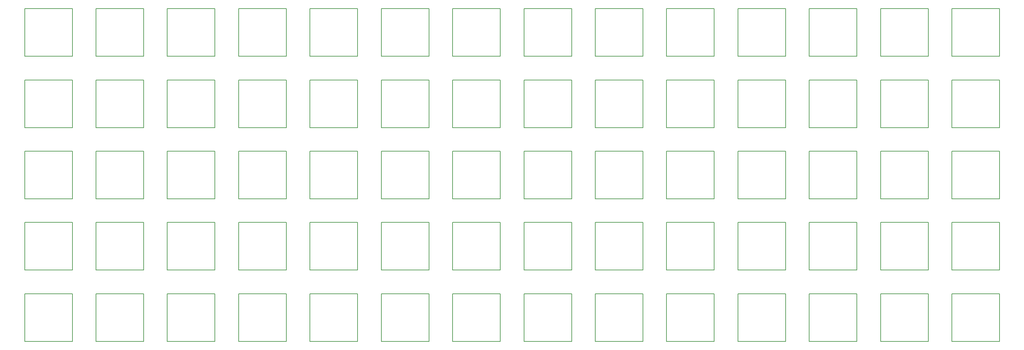
<source format=gbr>
G04 #@! TF.FileFunction,Other,Comment*
%FSLAX46Y46*%
G04 Gerber Fmt 4.6, Leading zero omitted, Abs format (unit mm)*
G04 Created by KiCad (PCBNEW 4.0.1-stable) date 4/18/2016 2:15:21 AM*
%MOMM*%
G01*
G04 APERTURE LIST*
%ADD10C,0.100000*%
%ADD11C,0.152400*%
G04 APERTURE END LIST*
D10*
D11*
X205650000Y-53650000D02*
X218350000Y-53650000D01*
X218350000Y-53650000D02*
X218350000Y-66350000D01*
X218350000Y-66350000D02*
X205650000Y-66350000D01*
X205650000Y-66350000D02*
X205650000Y-53650000D01*
X224650000Y-34650000D02*
X237350000Y-34650000D01*
X237350000Y-34650000D02*
X237350000Y-47350000D01*
X237350000Y-47350000D02*
X224650000Y-47350000D01*
X224650000Y-47350000D02*
X224650000Y-34650000D01*
X262650000Y-53650000D02*
X275350000Y-53650000D01*
X275350000Y-53650000D02*
X275350000Y-66350000D01*
X275350000Y-66350000D02*
X262650000Y-66350000D01*
X262650000Y-66350000D02*
X262650000Y-53650000D01*
X262650000Y-15650000D02*
X275350000Y-15650000D01*
X275350000Y-15650000D02*
X275350000Y-28350000D01*
X275350000Y-28350000D02*
X262650000Y-28350000D01*
X262650000Y-28350000D02*
X262650000Y-15650000D01*
X262650000Y-72650000D02*
X275350000Y-72650000D01*
X275350000Y-72650000D02*
X275350000Y-85350000D01*
X275350000Y-85350000D02*
X262650000Y-85350000D01*
X262650000Y-85350000D02*
X262650000Y-72650000D01*
X262650000Y-91650000D02*
X275350000Y-91650000D01*
X275350000Y-91650000D02*
X275350000Y-104350000D01*
X275350000Y-104350000D02*
X262650000Y-104350000D01*
X262650000Y-104350000D02*
X262650000Y-91650000D01*
X262650000Y-34650000D02*
X275350000Y-34650000D01*
X275350000Y-34650000D02*
X275350000Y-47350000D01*
X275350000Y-47350000D02*
X262650000Y-47350000D01*
X262650000Y-47350000D02*
X262650000Y-34650000D01*
X224650000Y-53650000D02*
X237350000Y-53650000D01*
X237350000Y-53650000D02*
X237350000Y-66350000D01*
X237350000Y-66350000D02*
X224650000Y-66350000D01*
X224650000Y-66350000D02*
X224650000Y-53650000D01*
X224650000Y-72650000D02*
X237350000Y-72650000D01*
X237350000Y-72650000D02*
X237350000Y-85350000D01*
X237350000Y-85350000D02*
X224650000Y-85350000D01*
X224650000Y-85350000D02*
X224650000Y-72650000D01*
X224650000Y-91650000D02*
X237350000Y-91650000D01*
X237350000Y-91650000D02*
X237350000Y-104350000D01*
X237350000Y-104350000D02*
X224650000Y-104350000D01*
X224650000Y-104350000D02*
X224650000Y-91650000D01*
X243650000Y-34650000D02*
X256350000Y-34650000D01*
X256350000Y-34650000D02*
X256350000Y-47350000D01*
X256350000Y-47350000D02*
X243650000Y-47350000D01*
X243650000Y-47350000D02*
X243650000Y-34650000D01*
X243650000Y-91650000D02*
X256350000Y-91650000D01*
X256350000Y-91650000D02*
X256350000Y-104350000D01*
X256350000Y-104350000D02*
X243650000Y-104350000D01*
X243650000Y-104350000D02*
X243650000Y-91650000D01*
X243650000Y-72650000D02*
X256350000Y-72650000D01*
X256350000Y-72650000D02*
X256350000Y-85350000D01*
X256350000Y-85350000D02*
X243650000Y-85350000D01*
X243650000Y-85350000D02*
X243650000Y-72650000D01*
X243650000Y-15650000D02*
X256350000Y-15650000D01*
X256350000Y-15650000D02*
X256350000Y-28350000D01*
X256350000Y-28350000D02*
X243650000Y-28350000D01*
X243650000Y-28350000D02*
X243650000Y-15650000D01*
X243650000Y-53650000D02*
X256350000Y-53650000D01*
X256350000Y-53650000D02*
X256350000Y-66350000D01*
X256350000Y-66350000D02*
X243650000Y-66350000D01*
X243650000Y-66350000D02*
X243650000Y-53650000D01*
X224650000Y-15650000D02*
X237350000Y-15650000D01*
X237350000Y-15650000D02*
X237350000Y-28350000D01*
X237350000Y-28350000D02*
X224650000Y-28350000D01*
X224650000Y-28350000D02*
X224650000Y-15650000D01*
X110650000Y-53650000D02*
X123350000Y-53650000D01*
X123350000Y-53650000D02*
X123350000Y-66350000D01*
X123350000Y-66350000D02*
X110650000Y-66350000D01*
X110650000Y-66350000D02*
X110650000Y-53650000D01*
X110650000Y-15650000D02*
X123350000Y-15650000D01*
X123350000Y-15650000D02*
X123350000Y-28350000D01*
X123350000Y-28350000D02*
X110650000Y-28350000D01*
X110650000Y-28350000D02*
X110650000Y-15650000D01*
X110650000Y-72650000D02*
X123350000Y-72650000D01*
X123350000Y-72650000D02*
X123350000Y-85350000D01*
X123350000Y-85350000D02*
X110650000Y-85350000D01*
X110650000Y-85350000D02*
X110650000Y-72650000D01*
X123350000Y-91650000D02*
X123350000Y-104350000D01*
X123350000Y-104350000D02*
X110650000Y-104350000D01*
X110650000Y-104350000D02*
X110650000Y-91650000D01*
X110650000Y-91650000D02*
X123350000Y-91650000D01*
X110650000Y-34650000D02*
X123350000Y-34650000D01*
X123350000Y-34650000D02*
X123350000Y-47350000D01*
X123350000Y-47350000D02*
X110650000Y-47350000D01*
X110650000Y-47350000D02*
X110650000Y-34650000D01*
X129650000Y-34650000D02*
X142350000Y-34650000D01*
X142350000Y-34650000D02*
X142350000Y-47350000D01*
X142350000Y-47350000D02*
X129650000Y-47350000D01*
X129650000Y-47350000D02*
X129650000Y-34650000D01*
X129650000Y-91650000D02*
X142350000Y-91650000D01*
X142350000Y-91650000D02*
X142350000Y-104350000D01*
X142350000Y-104350000D02*
X129650000Y-104350000D01*
X129650000Y-104350000D02*
X129650000Y-91650000D01*
X129650000Y-72650000D02*
X142350000Y-72650000D01*
X142350000Y-72650000D02*
X142350000Y-85350000D01*
X142350000Y-85350000D02*
X129650000Y-85350000D01*
X129650000Y-85350000D02*
X129650000Y-72650000D01*
X148650000Y-15650000D02*
X161350000Y-15650000D01*
X161350000Y-15650000D02*
X161350000Y-28350000D01*
X161350000Y-28350000D02*
X148650000Y-28350000D01*
X148650000Y-28350000D02*
X148650000Y-15650000D01*
X129650000Y-15650000D02*
X142350000Y-15650000D01*
X142350000Y-15650000D02*
X142350000Y-28350000D01*
X142350000Y-28350000D02*
X129650000Y-28350000D01*
X129650000Y-28350000D02*
X129650000Y-15650000D01*
X148650000Y-34650000D02*
X161350000Y-34650000D01*
X161350000Y-34650000D02*
X161350000Y-47350000D01*
X161350000Y-47350000D02*
X148650000Y-47350000D01*
X148650000Y-47350000D02*
X148650000Y-34650000D01*
X129650000Y-53650000D02*
X142350000Y-53650000D01*
X142350000Y-53650000D02*
X142350000Y-66350000D01*
X142350000Y-66350000D02*
X129650000Y-66350000D01*
X129650000Y-66350000D02*
X129650000Y-53650000D01*
X167650000Y-34650000D02*
X180350000Y-34650000D01*
X180350000Y-34650000D02*
X180350000Y-47350000D01*
X180350000Y-47350000D02*
X167650000Y-47350000D01*
X167650000Y-47350000D02*
X167650000Y-34650000D01*
X167650000Y-15650000D02*
X180350000Y-15650000D01*
X180350000Y-15650000D02*
X180350000Y-28350000D01*
X180350000Y-28350000D02*
X167650000Y-28350000D01*
X167650000Y-28350000D02*
X167650000Y-15650000D01*
X186650000Y-34650000D02*
X199350000Y-34650000D01*
X199350000Y-34650000D02*
X199350000Y-47350000D01*
X199350000Y-47350000D02*
X186650000Y-47350000D01*
X186650000Y-47350000D02*
X186650000Y-34650000D01*
X186650000Y-15650000D02*
X199350000Y-15650000D01*
X199350000Y-15650000D02*
X199350000Y-28350000D01*
X199350000Y-28350000D02*
X186650000Y-28350000D01*
X186650000Y-28350000D02*
X186650000Y-15650000D01*
X205650000Y-15650000D02*
X218350000Y-15650000D01*
X218350000Y-15650000D02*
X218350000Y-28350000D01*
X218350000Y-28350000D02*
X205650000Y-28350000D01*
X205650000Y-28350000D02*
X205650000Y-15650000D01*
X205650000Y-72650000D02*
X218350000Y-72650000D01*
X218350000Y-72650000D02*
X218350000Y-85350000D01*
X218350000Y-85350000D02*
X205650000Y-85350000D01*
X205650000Y-85350000D02*
X205650000Y-72650000D01*
X205650000Y-91650000D02*
X218350000Y-91650000D01*
X218350000Y-91650000D02*
X218350000Y-104350000D01*
X218350000Y-104350000D02*
X205650000Y-104350000D01*
X205650000Y-104350000D02*
X205650000Y-91650000D01*
X205650000Y-34650000D02*
X218350000Y-34650000D01*
X218350000Y-34650000D02*
X218350000Y-47350000D01*
X218350000Y-47350000D02*
X205650000Y-47350000D01*
X205650000Y-47350000D02*
X205650000Y-34650000D01*
X148650000Y-53650000D02*
X161350000Y-53650000D01*
X161350000Y-53650000D02*
X161350000Y-66350000D01*
X161350000Y-66350000D02*
X148650000Y-66350000D01*
X148650000Y-66350000D02*
X148650000Y-53650000D01*
X148650000Y-72650000D02*
X161350000Y-72650000D01*
X161350000Y-72650000D02*
X161350000Y-85350000D01*
X161350000Y-85350000D02*
X148650000Y-85350000D01*
X148650000Y-85350000D02*
X148650000Y-72650000D01*
X148650000Y-91650000D02*
X161350000Y-91650000D01*
X161350000Y-91650000D02*
X161350000Y-104350000D01*
X161350000Y-104350000D02*
X148650000Y-104350000D01*
X148650000Y-104350000D02*
X148650000Y-91650000D01*
X186650000Y-91650000D02*
X199350000Y-91650000D01*
X199350000Y-91650000D02*
X199350000Y-104350000D01*
X199350000Y-104350000D02*
X186650000Y-104350000D01*
X186650000Y-104350000D02*
X186650000Y-91650000D01*
X186650000Y-72650000D02*
X199350000Y-72650000D01*
X199350000Y-72650000D02*
X199350000Y-85350000D01*
X199350000Y-85350000D02*
X186650000Y-85350000D01*
X186650000Y-85350000D02*
X186650000Y-72650000D01*
X186650000Y-53650000D02*
X199350000Y-53650000D01*
X199350000Y-53650000D02*
X199350000Y-66350000D01*
X199350000Y-66350000D02*
X186650000Y-66350000D01*
X186650000Y-66350000D02*
X186650000Y-53650000D01*
X167650000Y-53650000D02*
X180350000Y-53650000D01*
X180350000Y-53650000D02*
X180350000Y-66350000D01*
X180350000Y-66350000D02*
X167650000Y-66350000D01*
X167650000Y-66350000D02*
X167650000Y-53650000D01*
X167650000Y-72650000D02*
X180350000Y-72650000D01*
X180350000Y-72650000D02*
X180350000Y-85350000D01*
X180350000Y-85350000D02*
X167650000Y-85350000D01*
X167650000Y-85350000D02*
X167650000Y-72650000D01*
X167650000Y-104350000D02*
X167650000Y-91650000D01*
X167650000Y-91650000D02*
X180350000Y-91650000D01*
X180350000Y-91650000D02*
X180350000Y-104350000D01*
X180350000Y-104350000D02*
X167650000Y-104350000D01*
X53650000Y-91650000D02*
X66350000Y-91650000D01*
X66350000Y-91650000D02*
X66350000Y-104350000D01*
X66350000Y-104350000D02*
X53650000Y-104350000D01*
X53650000Y-104350000D02*
X53650000Y-91650000D01*
X53650000Y-72650000D02*
X66350000Y-72650000D01*
X66350000Y-72650000D02*
X66350000Y-85350000D01*
X66350000Y-85350000D02*
X53650000Y-85350000D01*
X53650000Y-85350000D02*
X53650000Y-72650000D01*
X53650000Y-53650000D02*
X66350000Y-53650000D01*
X66350000Y-53650000D02*
X66350000Y-66350000D01*
X66350000Y-66350000D02*
X53650000Y-66350000D01*
X53650000Y-66350000D02*
X53650000Y-53650000D01*
X72650000Y-53650000D02*
X85350000Y-53650000D01*
X85350000Y-53650000D02*
X85350000Y-66350000D01*
X85350000Y-66350000D02*
X72650000Y-66350000D01*
X72650000Y-66350000D02*
X72650000Y-53650000D01*
X72650000Y-72650000D02*
X85350000Y-72650000D01*
X85350000Y-72650000D02*
X85350000Y-85350000D01*
X85350000Y-85350000D02*
X72650000Y-85350000D01*
X72650000Y-85350000D02*
X72650000Y-72650000D01*
X72650000Y-91650000D02*
X85350000Y-91650000D01*
X85350000Y-91650000D02*
X85350000Y-104350000D01*
X85350000Y-104350000D02*
X72650000Y-104350000D01*
X72650000Y-104350000D02*
X72650000Y-91650000D01*
X34650000Y-91650000D02*
X47350000Y-91650000D01*
X47350000Y-91650000D02*
X47350000Y-104350000D01*
X47350000Y-104350000D02*
X34650000Y-104350000D01*
X34650000Y-104350000D02*
X34650000Y-91650000D01*
X34650000Y-72650000D02*
X47350000Y-72650000D01*
X47350000Y-72650000D02*
X47350000Y-85350000D01*
X47350000Y-85350000D02*
X34650000Y-85350000D01*
X34650000Y-85350000D02*
X34650000Y-72650000D01*
X34650000Y-53650000D02*
X47350000Y-53650000D01*
X47350000Y-53650000D02*
X47350000Y-66350000D01*
X47350000Y-66350000D02*
X34650000Y-66350000D01*
X34650000Y-66350000D02*
X34650000Y-53650000D01*
X91650000Y-34650000D02*
X104350000Y-34650000D01*
X104350000Y-34650000D02*
X104350000Y-47350000D01*
X104350000Y-47350000D02*
X91650000Y-47350000D01*
X91650000Y-47350000D02*
X91650000Y-34650000D01*
X91650000Y-91650000D02*
X104350000Y-91650000D01*
X104350000Y-91650000D02*
X104350000Y-104350000D01*
X104350000Y-104350000D02*
X91650000Y-104350000D01*
X91650000Y-104350000D02*
X91650000Y-91650000D01*
X91650000Y-72650000D02*
X104350000Y-72650000D01*
X104350000Y-72650000D02*
X104350000Y-85350000D01*
X104350000Y-85350000D02*
X91650000Y-85350000D01*
X91650000Y-85350000D02*
X91650000Y-72650000D01*
X91650000Y-15650000D02*
X104350000Y-15650000D01*
X104350000Y-15650000D02*
X104350000Y-28350000D01*
X104350000Y-28350000D02*
X91650000Y-28350000D01*
X91650000Y-28350000D02*
X91650000Y-15650000D01*
X91650000Y-53650000D02*
X104350000Y-53650000D01*
X104350000Y-53650000D02*
X104350000Y-66350000D01*
X104350000Y-66350000D02*
X91650000Y-66350000D01*
X91650000Y-66350000D02*
X91650000Y-53650000D01*
X72650000Y-15650000D02*
X85350000Y-15650000D01*
X85350000Y-15650000D02*
X85350000Y-28350000D01*
X85350000Y-28350000D02*
X72650000Y-28350000D01*
X72650000Y-28350000D02*
X72650000Y-15650000D01*
X72650000Y-34650000D02*
X85350000Y-34650000D01*
X85350000Y-34650000D02*
X85350000Y-47350000D01*
X85350000Y-47350000D02*
X72650000Y-47350000D01*
X72650000Y-47350000D02*
X72650000Y-34650000D01*
X53650000Y-15650000D02*
X66350000Y-15650000D01*
X66350000Y-15650000D02*
X66350000Y-28350000D01*
X66350000Y-28350000D02*
X53650000Y-28350000D01*
X53650000Y-28350000D02*
X53650000Y-15650000D01*
X53650000Y-34650000D02*
X66350000Y-34650000D01*
X66350000Y-34650000D02*
X66350000Y-47350000D01*
X66350000Y-47350000D02*
X53650000Y-47350000D01*
X53650000Y-47350000D02*
X53650000Y-34650000D01*
X15650000Y-53650000D02*
X28350000Y-53650000D01*
X28350000Y-53650000D02*
X28350000Y-66350000D01*
X28350000Y-66350000D02*
X15650000Y-66350000D01*
X15650000Y-66350000D02*
X15650000Y-53650000D01*
X34650000Y-34650000D02*
X47350000Y-34650000D01*
X47350000Y-34650000D02*
X47350000Y-47350000D01*
X47350000Y-47350000D02*
X34650000Y-47350000D01*
X34650000Y-47350000D02*
X34650000Y-34650000D01*
X15650000Y-15650000D02*
X28350000Y-15650000D01*
X28350000Y-15650000D02*
X28350000Y-28350000D01*
X28350000Y-28350000D02*
X15650000Y-28350000D01*
X15650000Y-28350000D02*
X15650000Y-15650000D01*
X34650000Y-15650000D02*
X47350000Y-15650000D01*
X47350000Y-15650000D02*
X47350000Y-28350000D01*
X47350000Y-28350000D02*
X34650000Y-28350000D01*
X34650000Y-28350000D02*
X34650000Y-15650000D01*
X15650000Y-72650000D02*
X28350000Y-72650000D01*
X28350000Y-72650000D02*
X28350000Y-85350000D01*
X28350000Y-85350000D02*
X15650000Y-85350000D01*
X15650000Y-85350000D02*
X15650000Y-72650000D01*
X15650000Y-91650000D02*
X28350000Y-91650000D01*
X28350000Y-91650000D02*
X28350000Y-104350000D01*
X28350000Y-104350000D02*
X15650000Y-104350000D01*
X15650000Y-104350000D02*
X15650000Y-91650000D01*
X15650000Y-34650000D02*
X28350000Y-34650000D01*
X28350000Y-34650000D02*
X28350000Y-47350000D01*
X28350000Y-47350000D02*
X15650000Y-47350000D01*
X15650000Y-47350000D02*
X15650000Y-34650000D01*
M02*

</source>
